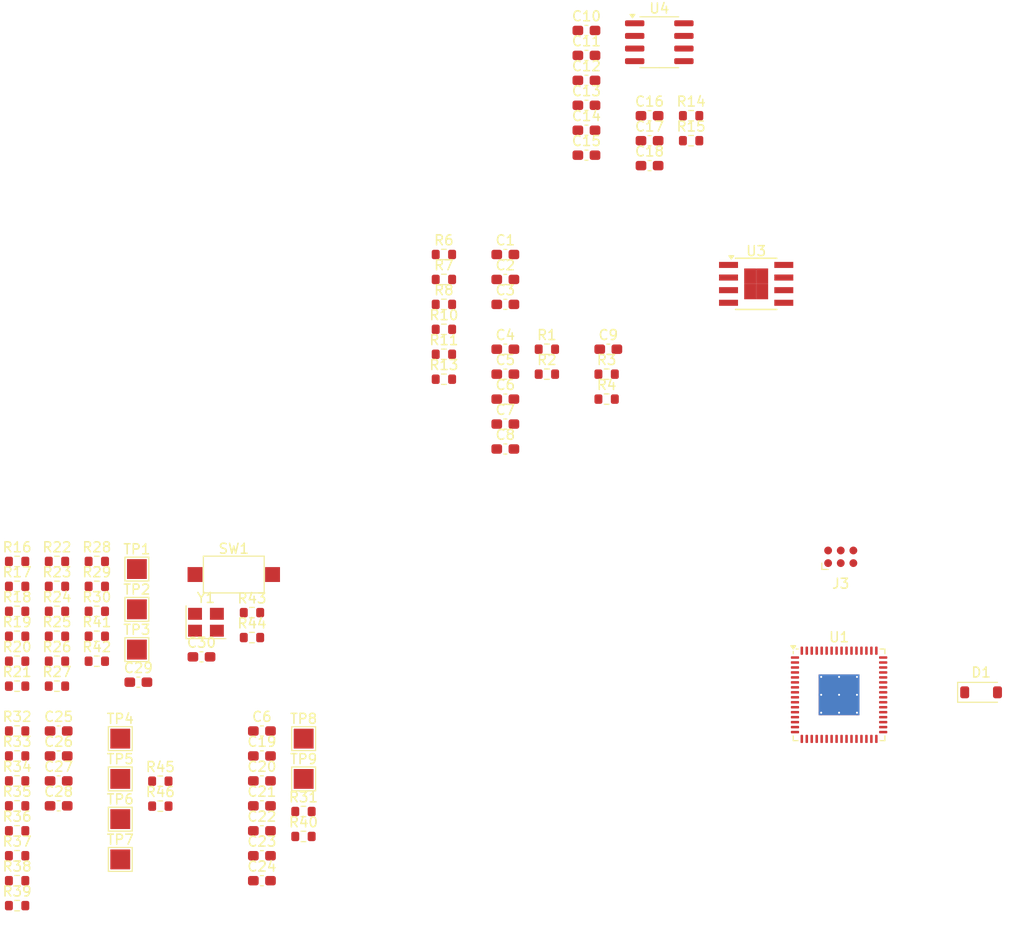
<source format=kicad_pcb>
(kicad_pcb (version 20240108) (generator "pcbnew") (generator_version "8.0")
  (layers (0 "F.Cu" signal) (31 "B.Cu" signal) (34 "B.Paste" user) (35 "F.Paste" user) (36 "B.SilkS" user "B.Silkscreen") (37 "F.SilkS" user "F.Silkscreen") (38 "B.Mask" user) (39 "F.Mask" user) (44 "Edge.Cuts" user))
  (net 0 "")
  (net 1 "/MCU/SW")
  (net 2 "GND")
  (net 10 "VCC")
  (net 12 "VM")
  (net 18 "5V")
  (net 19 "Net-(U1-PF0)")
  (net 20 "Net-(U1-PF1)")
  (net 21 "3V3")
  (net 22 "Net-(U1-SCREF)")
  (net 23 "Net-(J1-Pin_1)")
  (net 24 "Net-(J1-Pin_2)")
  (net 25 "Net-(Q3-G)")
  (net 26 "Net-(Q4-G)")
  (net 27 "Net-(Q2-G)")
  (net 28 "Net-(Q5-G)")
  (net 29 "Net-(Q6-G)")
  (net 30 "Net-(Q1-G)")
  (net 31 "VREF+")
  (net 32 "Net-(U3-FB)")
  (net 34 "Net-(U3-BOOT)")
  (net 35 "Net-(U3-SW)")
  (net 36 "/H-Bridge/BOOT1")
  (net 37 "/OUT1")
  (net 38 "/OUT2")
  (net 39 "/H-Bridge/BOOT2")
  (net 40 "/H-Bridge/BOOT3")
  (net 41 "/OUT3")
  (net 42 "Net-(D7-A)")
  (net 43 "VHALL")
  (net 44 "/MCU/HALL1")
  (net 45 "/MCU/HALL2")
  (net 46 "/MCU/HALL3")
  (net 47 "/MCU/COMP3")
  (net 48 "/Connectivity/nRST")
  (net 49 "/Connectivity/SWDIO")
  (net 50 "/Connectivity/SWCLK")
  (net 51 "/Connectivity/SWO")
  (net 52 "/Connectivity/CAN_H")
  (net 53 "/Connectivity/CAN_L")
  (net 54 "/Connectivity/SHDN_IN")
  (net 55 "/H-Bridge/GHS2")
  (net 56 "/H-Bridge/GLS2")
  (net 57 "/H-Bridge/GLS1")
  (net 58 "/H-Bridge/GHS3")
  (net 59 "/H-Bridge/GLS3")
  (net 60 "/H-Bridge/GHS1")
  (net 61 "/MCU/OPP1")
  (net 62 "/H-Bridge/VSHUNT1P")
  (net 63 "/H-Bridge/VSHUNT1N")
  (net 64 "/MCU/OPN1")
  (net 65 "/MCU/OPO1")
  (net 66 "/H-Bridge/VSHUNT2P")
  (net 67 "/MCU/OPP2")
  (net 68 "/MCU/OPN2")
  (net 69 "/H-Bridge/VSHUNT2N")
  (net 70 "/MCU/OPO2")
  (net 71 "/H-Bridge/VSHUNT3P")
  (net 72 "/MCU/OPP3")
  (net 73 "/MCU/OPN3")
  (net 74 "/H-Bridge/VSHUNT3N")
  (net 75 "/MCU/OPO3")
  (net 76 "Net-(J1-Pin_3)")
  (net 77 "Net-(D5-A)")
  (net 78 "/MCU/LED")
  (net 79 "Net-(D6-A)")
  (net 80 "Net-(J4-CC1)")
  (net 81 "Net-(J4-CC2)")
  (net 82 "/Connectivity/UART_RX")
  (net 83 "/Connectivity/UART_TX")
  (net 84 "/MCU/USB_DM")
  (net 85 "/MCU/USB_DP")
  (net 86 "/MCU/DAC1")
  (net 87 "/Connectivity/CAN_TX_IN")
  (net 88 "/MCU/DAC2")
  (net 89 "/Connectivity/CAN_RX_IN")
  (footprint "Capacitor_SMD:C_0603_1608Metric_Pad1.08x0.95mm_HandSolder" (layer "F.Cu") (at 107.995 38.5)
    (property "Reference" "C17" (at 0 -1.43 0) (layer "F.SilkS"))
    (property "Value" "1n")
    (pad "1" smd roundrect (at -0.8625 0) (size 1.075 0.95) (layers "F.Cu" "F.Paste" "F.Mask") (net 42 "Net-(D7-A)"))
    (pad "2" smd roundrect (at 0.8625 0) (size 1.075 0.95) (layers "F.Cu" "F.Paste" "F.Mask") (net 32 "Net-(U3-FB)"))
  )
  (footprint "Resistor_SMD:R_0603_1608Metric" (layer "F.Cu") (at 67.995 85.98)
    (property "Reference" "R43" (at 0 -1.43 0) (layer "F.SilkS"))
    (property "Value" "10k")
    (pad "1" smd roundrect (at -0.825 0) (size 0.8 0.95) (layers "F.Cu" "F.Paste" "F.Mask") (net 21 "3V3"))
    (pad "2" smd roundrect (at 0.825 0) (size 0.8 0.95) (layers "F.Cu" "F.Paste" "F.Mask") (net 48 "/Connectivity/nRST"))
  )
  (footprint "Resistor_SMD:R_0603_1608Metric" (layer "F.Cu") (at 97.665 61.99)
    (property "Reference" "R2" (at 0 -1.43 0) (layer "F.SilkS"))
    (property "Value" "10k")
    (pad "1" smd roundrect (at -0.825 0) (size 0.8 0.95) (layers "F.Cu" "F.Paste" "F.Mask") (net 22 "Net-(U1-SCREF)"))
    (pad "2" smd roundrect (at 0.825 0) (size 0.8 0.95) (layers "F.Cu" "F.Paste" "F.Mask") (net 2 "GND"))
  )
  (footprint "Capacitor_SMD:C_0603_1608Metric_Pad1.08x0.95mm_HandSolder" (layer "F.Cu") (at 48.545 102.91)
    (property "Reference" "C27" (at 0 -1.43 0) (layer "F.SilkS"))
    (property "Value" "1n")
    (pad "1" smd roundrect (at -0.8625 0) (size 1.075 0.95) (layers "F.Cu" "F.Paste" "F.Mask") (net 45 "/MCU/HALL2"))
    (pad "2" smd roundrect (at 0.8625 0) (size 1.075 0.95) (layers "F.Cu" "F.Paste" "F.Mask") (net 2 "GND"))
  )
  (footprint "Capacitor_SMD:C_0603_1608Metric_Pad1.08x0.95mm_HandSolder" (layer "F.Cu") (at 101.645 27.41)
    (property "Reference" "C10" (at 0 -1.43 0) (layer "F.SilkS"))
    (property "Value" "1u")
    (pad "1" smd roundrect (at -0.8625 0) (size 1.075 0.95) (layers "F.Cu" "F.Paste" "F.Mask") (net 36 "/H-Bridge/BOOT1"))
    (pad "2" smd roundrect (at 0.8625 0) (size 1.075 0.95) (layers "F.Cu" "F.Paste" "F.Mask") (net 37 "/OUT1"))
  )
  (footprint "Capacitor_SMD:C_0603_1608Metric_Pad1.08x0.95mm_HandSolder" (layer "F.Cu") (at 93.485 69.52)
    (property "Reference" "C8" (at 0 -1.43 0) (layer "F.SilkS"))
    (property "Value" "6.8p")
    (pad "1" smd roundrect (at -0.8625 0) (size 1.075 0.95) (layers "F.Cu" "F.Paste" "F.Mask") (net 20 "Net-(U1-PF1)"))
    (pad "2" smd roundrect (at 0.8625 0) (size 1.075 0.95) (layers "F.Cu" "F.Paste" "F.Mask") (net 2 "GND"))
  )
  (footprint "Capacitor_SMD:C_0603_1608Metric_Pad1.08x0.95mm_HandSolder" (layer "F.Cu") (at 93.485 61.99)
    (property "Reference" "C5" (at 0 -1.43 0) (layer "F.SilkS"))
    (property "Value" "10u")
    (pad "1" smd roundrect (at -0.8625 0) (size 1.075 0.95) (layers "F.Cu" "F.Paste" "F.Mask") (net 10 "VCC"))
    (pad "2" smd roundrect (at 0.8625 0) (size 1.075 0.95) (layers "F.Cu" "F.Paste" "F.Mask") (net 2 "GND"))
  )
  (footprint "Resistor_SMD:R_0603_1608Metric" (layer "F.Cu") (at 52.385 85.85)
    (property "Reference" "R30" (at 0 -1.43 0) (layer "F.SilkS"))
    (property "Value" "15k")
    (pad "1" smd roundrect (at -0.825 0) (size 0.8 0.95) (layers "F.Cu" "F.Paste" "F.Mask") (net 73 "/MCU/OPN3"))
    (pad "2" smd roundrect (at 0.825 0) (size 0.8 0.95) (layers "F.Cu" "F.Paste" "F.Mask") (net 75 "/MCU/OPO3"))
  )
  (footprint "Capacitor_SMD:C_0603_1608Metric_Pad1.08x0.95mm_HandSolder" (layer "F.Cu") (at 93.485 64.5)
    (property "Reference" "C6" (at 0 -1.43 0) (layer "F.SilkS"))
    (property "Value" "220n")
    (pad "1" smd roundrect (at -0.8625 0) (size 1.075 0.95) (layers "F.Cu" "F.Paste" "F.Mask") (net 12 "VM"))
    (pad "2" smd roundrect (at 0.8625 0) (size 1.075 0.95) (layers "F.Cu" "F.Paste" "F.Mask") (net 2 "GND"))
  )
  (footprint "Resistor_SMD:R_0603_1608Metric" (layer "F.Cu") (at 103.675 64.5)
    (property "Reference" "R4" (at 0 -1.43 0) (layer "F.SilkS"))
    (property "Value" "10k")
    (pad "1" smd roundrect (at -0.825 0) (size 0.8 0.95) (layers "F.Cu" "F.Paste" "F.Mask") (net 54 "/Connectivity/SHDN_IN"))
    (pad "2" smd roundrect (at 0.825 0) (size 0.8 0.95) (layers "F.Cu" "F.Paste" "F.Mask") (net 2 "GND"))
  )
  (footprint "Resistor_SMD:R_0603_1608Metric" (layer "F.Cu") (at 48.375 93.38)
    (property "Reference" "R27" (at 0 -1.43 0) (layer "F.SilkS"))
    (property "Value" "1.5k")
    (pad "1" smd roundrect (at -0.825 0) (size 0.8 0.95) (layers "F.Cu" "F.Paste" "F.Mask") (net 74 "/H-Bridge/VSHUNT3N"))
    (pad "2" smd roundrect (at 0.825 0) (size 0.8 0.95) (layers "F.Cu" "F.Paste" "F.Mask") (net 73 "/MCU/OPN3"))
  )
  (footprint "Capacitor_SMD:C_0603_1608Metric_Pad1.08x0.95mm_HandSolder" (layer "F.Cu") (at 103.845 59.48)
    (property "Reference" "C9" (at 0 -1.43 0) (layer "F.SilkS"))
    (property "Value" "220p")
    (pad "1" smd roundrect (at -0.8625 0) (size 1.075 0.95) (layers "F.Cu" "F.Paste" "F.Mask") (net 21 "3V3"))
    (pad "2" smd roundrect (at 0.8625 0) (size 1.075 0.95) (layers "F.Cu" "F.Paste" "F.Mask") (net 2 "GND"))
  )
  (footprint "TestPoint:TestPoint_Pad_2.0x2.0mm" (layer "F.Cu") (at 56.415 81.6)
    (property "Reference" "TP1" (at 0 -1.998 0) (layer "F.SilkS"))
    (property "Value" "TestPoint")
    (pad "1" smd rect (at 0 0) (size 2 2) (layers "F.Cu" "F.Mask") (net 65 "/MCU/OPO1"))
  )
  (footprint "Connector:Tag-Connect_TC2030-IDC-NL_2x03_P1.27mm_Vertical" (layer "F.Cu") (at 127.23 80.365)
    (property "Reference" "J3" (at 0 2.7 0) (layer "F.SilkS"))
    (property "Value" "Conn_ARM_SWD_TagConnect_TC2030-NL")
    (pad "" np_thru_hole circle (at -2.54 0) (size 0.9906 0.9906) (drill 0.9906) (layers "*.Cu" "*.Mask"))
    (pad "" np_thru_hole circle (at 2.54 -1.016) (size 0.9906 0.9906) (drill 0.9906) (layers "*.Cu" "*.Mask"))
    (pad "" np_thru_hole circle (at 2.54 1.016) (size 0.9906 0.9906) (drill 0.9906) (layers "*.Cu" "*.Mask"))
    (pad "1" connect circle (at -1.27 0.635) (size 0.7874 0.7874) (layers "F.Cu" "F.Mask") (net 21 "3V3"))
    (pad "2" connect circle (at -1.27 -0.635) (size 0.7874 0.7874) (layers "F.Cu" "F.Mask") (net 49 "/Connectivity/SWDIO"))
    (pad "3" connect circle (at 0 0.635) (size 0.7874 0.7874) (layers "F.Cu" "F.Mask") (net 48 "/Connectivity/nRST"))
    (pad "4" connect circle (at 0 -0.635) (size 0.7874 0.7874) (layers "F.Cu" "F.Mask") (net 50 "/Connectivity/SWCLK"))
    (pad "5" connect circle (at 1.27 0.635) (size 0.7874 0.7874) (layers "F.Cu" "F.Mask") (net 2 "GND"))
    (pad "6" connect circle (at 1.27 -0.635) (size 0.7874 0.7874) (layers "F.Cu" "F.Mask") (net 51 "/Connectivity/SWO"))
  )
  (footprint "Resistor_SMD:R_0603_1608Metric" (layer "F.Cu") (at 44.365 85.85)
    (property "Reference" "R18" (at 0 -1.43 0) (layer "F.SilkS"))
    (property "Value" "1.5k")
    (pad "1" smd roundrect (at -0.825 0) (size 0.8 0.95) (layers "F.Cu" "F.Paste" "F.Mask") (net 62 "/H-Bridge/VSHUNT1P"))
    (pad "2" smd roundrect (at 0.825 0) (size 0.8 0.95) (layers "F.Cu" "F.Paste" "F.Mask") (net 61 "/MCU/OPP1"))
  )
  (footprint "Resistor_SMD:R_0603_1608Metric" (layer "F.Cu") (at 44.365 105.42)
    (property "Reference" "R35" (at 0 -1.43 0) (layer "F.SilkS"))
    (property "Value" "10k")
    (pad "1" smd roundrect (at -0.825 0) (size 0.8 0.95) (layers "F.Cu" "F.Paste" "F.Mask") (net 24 "Net-(J1-Pin_2)"))
    (pad "2" smd roundrect (at 0.825 0) (size 0.8 0.95) (layers "F.Cu" "F.Paste" "F.Mask") (net 45 "/MCU/HALL2"))
  )
  (footprint "Resistor_SMD:R_0603_1608Metric" (layer "F.Cu") (at 87.305 62.5)
    (property "Reference" "R13" (at 0 -1.43 0) (layer "F.SilkS"))
    (property "Value" "100")
    (pad "1" smd roundrect (at -0.825 0) (size 0.8 0.95) (layers "F.Cu" "F.Paste" "F.Mask") (net 60 "/H-Bridge/GHS1"))
    (pad "2" smd roundrect (at 0.825 0) (size 0.8 0.95) (layers "F.Cu" "F.Paste" "F.Mask") (net 30 "Net-(Q1-G)"))
  )
  (footprint "TestPoint:TestPoint_Pad_2.0x2.0mm" (layer "F.Cu") (at 54.745 106.76)
    (property "Reference" "TP6" (at 0 -1.998 0) (layer "F.SilkS"))
    (property "Value" "TestPoint")
    (pad "1" smd rect (at 0 0) (size 2 2) (layers "F.Cu" "F.Mask") (net 82 "/Connectivity/UART_RX"))
  )
  (footprint "Resistor_SMD:R_0603_1608Metric" (layer "F.Cu") (at 97.665 59.48)
    (property "Reference" "R1" (at 0 -1.43 0) (layer "F.SilkS"))
    (property "Value" "22k")
    (pad "1" smd roundrect (at -0.825 0) (size 0.8 0.95) (layers "F.Cu" "F.Paste" "F.Mask") (net 21 "3V3"))
    (pad "2" smd roundrect (at 0.825 0) (size 0.8 0.95) (layers "F.Cu" "F.Paste" "F.Mask") (net 22 "Net-(U1-SCREF)"))
  )
  (footprint "TestPoint:TestPoint_Pad_2.0x2.0mm" (layer "F.Cu") (at 54.745 110.81)
    (property "Reference" "TP7" (at 0 -1.998 0) (layer "F.SilkS"))
    (property "Value" "TestPoint")
    (pad "1" smd rect (at 0 0) (size 2 2) (layers "F.Cu" "F.Mask") (net 83 "/Connectivity/UART_TX"))
  )
  (footprint "Resistor_SMD:R_0603_1608Metric" (layer "F.Cu") (at 44.365 80.83)
    (property "Reference" "R16" (at 0 -1.43 0) (layer "F.SilkS"))
    (property "Value" "30k")
    (pad "1" smd roundrect (at -0.825 0) (size 0.8 0.95) (layers "F.Cu" "F.Paste" "F.Mask") (net 31 "VREF+"))
    (pad "2" smd roundrect (at 0.825 0) (size 0.8 0.95) (layers "F.Cu" "F.Paste" "F.Mask") (net 61 "/MCU/OPP1"))
  )
  (footprint "Resistor_SMD:R_0603_1608Metric" (layer "F.Cu") (at 44.365 102.91)
    (property "Reference" "R34" (at 0 -1.43 0) (layer "F.SilkS"))
    (property "Value" "10k")
    (pad "1" smd roundrect (at -0.825 0) (size 0.8 0.95) (layers "F.Cu" "F.Paste" "F.Mask") (net 23 "Net-(J1-Pin_1)"))
    (pad "2" smd roundrect (at 0.825 0) (size 0.8 0.95) (layers "F.Cu" "F.Paste" "F.Mask") (net 44 "/MCU/HALL1"))
  )
  (footprint "Resistor_SMD:R_0603_1608Metric" (layer "F.Cu") (at 48.375 90.87)
    (property "Reference" "R26" (at 0 -1.43 0) (layer "F.SilkS"))
    (property "Value" "1.5k")
    (pad "1" smd roundrect (at -0.825 0) (size 0.8 0.95) (layers "F.Cu" "F.Paste" "F.Mask") (net 71 "/H-Bridge/VSHUNT3P"))
    (pad "2" smd roundrect (at 0.825 0) (size 0.8 0.95) (layers "F.Cu" "F.Paste" "F.Mask") (net 72 "/MCU/OPP3"))
  )
  (footprint "Capacitor_SMD:C_0603_1608Metric_Pad1.08x0.95mm_HandSolder" (layer "F.Cu") (at 68.995 110.44)
    (property "Reference" "C23" (at 0 -1.43 0) (layer "F.SilkS"))
    (property "Value" "220n")
    (pad "1" smd roundrect (at -0.8625 0) (size 1.075 0.95) (layers "F.Cu" "F.Paste" "F.Mask") (net 31 "VREF+"))
    (pad "2" smd roundrect (at 0.8625 0) (size 1.075 0.95) (layers "F.Cu" "F.Paste" "F.Mask") (net 2 "GND"))
  )
  (footprint "Resistor_SMD:R_0603_1608Metric" (layer "F.Cu") (at 73.175 105.99)
    (property "Reference" "R31" (at 0 -1.43 0) (layer "F.SilkS"))
    (property "Value" "1")
    (pad "1" smd roundrect (at -0.825 0) (size 0.8 0.95) (layers "F.Cu" "F.Paste" "F.Mask") (net 21 "3V3"))
    (pad "2" smd roundrect (at 0.825 0) (size 0.8 0.95) (layers "F.Cu" "F.Paste" "F.Mask") (net 31 "VREF+"))
  )
  (footprint "Resistor_SMD:R_0603_1608Metric" (layer "F.Cu") (at 52.385 90.87)
    (property "Reference" "R42" (at 0 -1.43 0) (layer "F.SilkS"))
    (property "Value" "3.01k 1%")
    (pad "1" smd roundrect (at -0.825 0) (size 0.8 0.95) (layers "F.Cu" "F.Paste" "F.Mask") (net 47 "/MCU/COMP3"))
    (pad "2" smd roundrect (at 0.825 0) (size 0.8 0.95) (layers "F.Cu" "F.Paste" "F.Mask") (net 2 "GND"))
  )
  (footprint "Resistor_SMD:R_0603_1608Metric" (layer "F.Cu") (at 44.365 110.44)
    (property "Reference" "R37" (at 0 -1.43 0) (layer "F.SilkS"))
    (property "Value" "10k")
    (pad "1" smd roundrect (at -0.825 0) (size 0.8 0.95) (layers "F.Cu" "F.Paste" "F.Mask") (net 23 "Net-(J1-Pin_1)"))
    (pad "2" smd roundrect (at 0.825 0) (size 0.8 0.95) (layers "F.Cu" "F.Paste" "F.Mask") (net 21 "3V3"))
  )
  (footprint "Capacitor_SMD:C_0603_1608Metric_Pad1.08x0.95mm_HandSolder" (layer "F.Cu") (at 101.645 39.96)
    (property "Reference" "C15" (at 0 -1.43 0) (layer "F.SilkS"))
    (property "Value" "220n")
    (pad "1" smd roundrect (at -0.8625 0) (size 1.075 0.95) (layers "F.Cu" "F.Paste" "F.Mask") (net 12 "VM"))
    (pad "2" smd roundrect (at 0.8625 0) (size 1.075 0.95) (layers "F.Cu" "F.Paste" "F.Mask") (net 2 "GND"))
  )
  (footprint "Resistor_SMD:R_0603_1608Metric" (layer "F.Cu") (at 112.175 35.99)
    (property "Reference" "R14" (at 0 -1.43 0) (layer "F.SilkS"))
    (property "Value" "4.7k")
    (pad "1" smd roundrect (at -0.825 0) (size 0.8 0.95) (layers "F.Cu" "F.Paste" "F.Mask") (net 42 "Net-(D7-A)"))
    (pad "2" smd roundrect (at 0.825 0) (size 0.8 0.95) (layers "F.Cu" "F.Paste" "F.Mask") (net 32 "Net-(U3-FB)"))
  )
  (footprint "Capacitor_SMD:C_0603_1608Metric_Pad1.08x0.95mm_HandSolder" (layer "F.Cu") (at 68.995 112.95)
    (property "Reference" "C24" (at 0 -1.43 0) (layer "F.SilkS"))
    (property "Value" "100n")
    (pad "1" smd roundrect (at -0.8625 0) (size 1.075 0.95) (layers "F.Cu" "F.Paste" "F.Mask") (net 31 "VREF+"))
    (pad "2" smd roundrect (at 0.8625 0) (size 1.075 0.95) (layers "F.Cu" "F.Paste" "F.Mask") (net 2 "GND"))
  )
  (footprint "TestPoint:TestPoint_Pad_2.0x2.0mm" (layer "F.Cu") (at 73.195 98.66)
    (property "Reference" "TP8" (at 0 -1.998 0) (layer "F.SilkS"))
    (property "Value" "TestPoint")
    (pad "1" smd rect (at 0 0) (size 2 2) (layers "F.Cu" "F.Mask") (net 12 "VM"))
  )
  (footprint "TestPoint:TestPoint_Pad_2.0x2.0mm" (layer "F.Cu") (at 73.195 102.71)
    (property "Reference" "TP9" (at 0 -1.998 0) (layer "F.SilkS"))
    (property "Value" "TestPoint")
    (pad "1" smd rect (at 0 0) (size 2 2) (layers "F.Cu" "F.Mask") (net 2 "GND"))
  )
  (footprint "Resistor_SMD:R_0603_1608Metric" (layer "F.Cu") (at 52.385 80.83)
    (property "Reference" "R28" (at 0 -1.43 0) (layer "F.SilkS"))
    (property "Value" "30k")
    (pad "1" smd roundrect (at -0.825 0) (size 0.8 0.95) (layers "F.Cu" "F.Paste" "F.Mask") (net 31 "VREF+"))
    (pad "2" smd roundrect (at 0.825 0) (size 0.8 0.95) (layers "F.Cu" "F.Paste" "F.Mask") (net 72 "/MCU/OPP3"))
  )
  (footprint "Capacitor_SMD:C_0603_1608Metric_Pad1.08x0.95mm_HandSolder" (layer "F.Cu") (at 68.995 102.91)
    (property "Reference" "C20" (at 0 -1.43 0) (layer "F.SilkS"))
    (property "Value" "220n")
    (pad "1" smd roundrect (at -0.8625 0) (size 1.075 0.95) (layers "F.Cu" "F.Paste" "F.Mask") (net 21 "3V3"))
    (pad "2" smd roundrect (at 0.8625 0) (size 1.075 0.95) (layers "F.Cu" "F.Paste" "F.Mask") (net 2 "GND"))
  )
  (footprint "Resistor_SMD:R_0603_1608Metric" (layer "F.Cu") (at 48.375 88.36)
    (property "Reference" "R25" (at 0 -1.43 0) (layer "F.SilkS"))
    (property "Value" "15k")
    (pad "1" smd roundrect (at -0.825 0) (size 0.8 0.95) (layers "F.Cu" "F.Paste" "F.Mask") (net 68 "/MCU/OPN2"))
    (pad "2" smd roundrect (at 0.825 0) (size 0.8 0.95) (layers "F.Cu" "F.Paste" "F.Mask") (net 70 "/MCU/OPO2"))
  )
  (footprint "Resistor_SMD:R_0603_1608Metric" (layer "F.Cu") (at 87.305 54.97)
    (property "Reference" "R8" (at 0 -1.43 0) (layer "F.SilkS"))
    (property "Value" "100")
    (pad "1" smd roundrect (at -0.825 0) (size 0.8 0.95) (layers "F.Cu" "F.Paste" "F.Mask") (net 57 "/H-Bridge/GLS1"))
    (pad "2" smd roundrect (at 0.825 0) (size 0.8 0.95) (layers "F.Cu" "F.Paste" "F.Mask") (net 27 "Net-(Q2-G)"))
  )
  (footprint "Resistor_SMD:R_0603_1608Metric" (layer "F.Cu") (at 44.365 112.95)
    (property "Reference" "R38" (at 0 -1.43 0) (layer "F.SilkS"))
    (property "Value" "10k")
    (pad "1" smd roundrect (at -0.825 0) (size 0.8 0.95) (layers "F.Cu" "F.Paste" "F.Mask") (net 24 "Net-(J1-Pin_2)"))
    (pad "2" smd roundrect (at 0.825 0) (size 0.8 0.95) (layers "F.Cu" "F.Paste" "F.Mask") (net 21 "3V3"))
  )
  (footprint "Resistor_SMD:R_0603_1608Metric" (layer "F.Cu") (at 48.375 80.83)
    (property "Reference" "R22" (at 0 -1.43 0) (layer "F.SilkS"))
    (property "Value" "1.5k")
    (pad "1" smd roundrect (at -0.825 0) (size 0.8 0.95) (layers "F.Cu" "F.Paste" "F.Mask") (net 69 "/H-Bridge/VSHUNT2N"))
    (pad "2" smd roundrect (at 0.825 0) (size 0.8 0.95) (layers "F.Cu" "F.Paste" "F.Mask") (net 68 "/MCU/OPN2"))
  )
  (footprint "Capacitor_SMD:C_0603_1608Metric_Pad1.08x0.95mm_HandSolder" (layer "F.Cu") (at 93.485 54.97)
    (property "Reference" "C3" (at 0 -1.43 0) (layer "F.SilkS"))
    (property "Value" "220uf")
    (pad "1" smd roundrect (at -0.8625 0) (size 1.075 0.95) (layers "F.Cu" "F.Paste" "F.Mask") (net 12 "VM"))
    (pad "2" smd roundrect (at 0.8625 0) (size 1.075 0.95) (layers "F.Cu" "F.Paste" "F.Mask") (net 2 "GND"))
  )
  (footprint "Capacitor_SMD:C_0603_1608Metric_Pad1.08x0.95mm_HandSolder" (layer "F.Cu") (at 101.645 29.92)
    (property "Reference" "C11" (at 0 -1.43 0) (layer "F.SilkS"))
    (property "Value" "220n")
    (pad "1" smd roundrect (at -0.8625 0) (size 1.075 0.95) (layers "F.Cu" "F.Paste" "F.Mask") (net 12 "VM"))
    (pad "2" smd roundrect (at 0.8625 0) (size 1.075 0.95) (layers "F.Cu" "F.Paste" "F.Mask") (net 2 "GND"))
  )
  (footprint "Capacitor_SMD:C_0603_1608Metric_Pad1.08x0.95mm_HandSolder" (layer "F.Cu") (at 93.485 67.01)
    (property "Reference" "C7" (at 0 -1.43 0) (layer "F.SilkS"))
    (property "Value" "6.8p")
    (pad "1" smd roundrect (at -0.8625 0) (size 1.075 0.95) (layers "F.Cu" "F.Paste" "F.Mask") (net 2 "GND"))
    (pad "2" smd roundrect (at 0.8625 0) (size 1.075 0.95) (layers "F.Cu" "F.Paste" "F.Mask") (net 19 "Net-(U1-PF0)"))
  )
  (footprint "Capacitor_SMD:C_0603_1608Metric_Pad1.08x0.95mm_HandSolder" (layer "F.Cu") (at 48.545 100.4)
    (property "Reference" "C26" (at 0 -1.43 0) (layer "F.SilkS"))
    (property "Value" "1n")
    (pad "1" smd roundrect (at -0.8625 0) (size 1.075 0.95) (layers "F.Cu" "F.Paste" "F.Mask") (net 44 "/MCU/HALL1"))
    (pad "2" smd roundrect (at 0.8625 0) (size 1.075 0.95) (layers "F.Cu" "F.Paste" "F.Mask") (net 2 "GND"))
  )
  (footprint "Capacitor_SMD:C_0603_1608Metric_Pad1.08x0.95mm_HandSolder" (layer "F.Cu") (at 62.915 90.43)
    (property "Reference" "C30" (at 0 -1.43 0) (layer "F.SilkS"))
    (property "Value" "100n")
    (pad "1" smd roundrect (at -0.8625 0) (size 1.075 0.95) (layers "F.Cu" "F.Paste" "F.Mask") (net 48 "/Connectivity/nRST"))
    (pad "2" smd roundrect (at 0.8625 0) (size 1.075 0.95) (layers "F.Cu" "F.Paste" "F.Mask") (net 2 "GND"))
  )
  (footprint "Capacitor_SMD:C_0603_1608Metric_Pad1.08x0.95mm_HandSolder" (layer "F.Cu") (at 93.485 59.48)
    (property "Reference" "C4" (at 0 -1.43 0) (layer "F.SilkS"))
    (property "Value" "10u")
    (pad "1" smd roundrect (at -0.8625 0) (size 1.075 0.95) (layers "F.Cu" "F.Paste" "F.Mask") (net 10 "VCC"))
    (pad "2" smd roundrect (at 0.8625 0) (size 1.075 0.95) (layers "F.Cu" "F.Paste" "F.Mask") (net 2 "GND"))
  )
  (footprint "Capacitor_SMD:C_0603_1608Metric_Pad1.08x0.95mm_HandSolder" (layer "F.Cu") (at 107.995 35.99)
    (property "Reference" "C16" (at 0 -1.43 0) (layer "F.SilkS"))
    (property "Value" "47u")
    (pad "1" smd roundrect (at -0.8625 0) (size 1.075 0.95) (layers "F.Cu" "F.Paste" "F.Mask") (net 42 "Net-(D7-A)"))
    (pad "2" smd roundrect (at 0.8625 0) (size 1.075 0.95) (layers "F.Cu" "F.Paste" "F.Mask") (net 2 "GND"))
  )
  (footprint "Resistor_SMD:R_0603_1608Metric" (layer "F.Cu") (at 52.385 83.34)
    (property "Reference" "R29" (at 0 -1.43 0) (layer "F.SilkS"))
    (property "Value" "30k")
    (pad "1" smd roundrect (at -0.825 0) (size 0.8 0.95) (layers "F.Cu" "F.Paste" "F.Mask") (net 72 "/MCU/OPP3"))
    (pad "2" smd roundrect (at 0.825 0) (size 0.8 0.95) (layers "F.Cu" "F.Paste" "F.Mask") (net 2 "GND"))
  )
  (footprint "TestPoint:TestPoint_Pad_2.0x2.0mm" (layer "F.Cu") (at 54.745 98.66)
    (property "Reference" "TP4" (at 0 -1.998 0) (layer "F.SilkS"))
    (property "Value" "TestPoint")
    (pad "1" smd rect (at 0 0) (size 2 2) (layers "F.Cu" "F.Mask") (net 52 "/Connectivity/CAN_H"))
  )
  (footprint "Resistor_SMD:R_0603_1608Metric" (layer "F.Cu") (at 44.365 97.89)
    (property "Reference" "R32" (at 0 -1.43 0) (layer "F.SilkS"))
    (property "Value" "0")
    (pad "1" smd roundrect (at -0.825 0) (size 0.8 0.95) (layers "F.Cu" "F.Paste" "F.Mask") (net 43 "VHALL"))
    (pad "2" smd roundrect (at 0.825 0) (size 0.8 0.95) (layers "F.Cu" "F.Paste" "F.Mask") (net 18 "5V"))
  )
  (footprint "Resistor_SMD:R_0603_1608Metric" (layer "F.Cu") (at 48.375 83.34)
    (property "Reference" "R23" (at 0 -1.43 0) (layer "F.SilkS"))
    (property "Value" "30k")
    (pad "1" smd roundrect (at -0.825 0) (size 0.8 0.95) (layers "F.Cu" "F.Paste" "F.Mask") (net 31 "VREF+"))
    (pad "2" smd roundrect (at 0.825 0) (size 0.8 0.95) (layers "F.Cu" "F.Paste" "F.Mask") (net 67 "/MCU/OPP2"))
  )
  (footprint "Resistor_SMD:R_0603_1608Metric" (layer "F.Cu") (at 44.365 90.87)
    (property "Reference" "R20" (at 0 -1.43 0) (layer "F.SilkS"))
    (property "Value" "15k")
    (pad "1" smd roundrect (at -0.825 0) (size 0.8 0.95) (layers "F.Cu" "F.Paste" "F.Mask") (net 64 "/MCU/OPN1"))
    (pad "2" smd roundrect (at 0.825 0) (size 0.8 0.95) (layers "F.Cu" "F.Paste" "F.Mask") (net 65 "/MCU/OPO1"))
  )
  (footprint "Diode_SMD:D_SOD-123" (layer "F.Cu") (at 141.35 94)
    (property "Reference" "D1" (at 0 -2 0) (layer "F.SilkS"))
    (property "Value" "STPS0560Z")
    (pad "1" smd roundrect (at -1.65 0) (size 0.9 1.2) (layers "F.Cu" "F.Paste" "F.Mask") (net 1 "/MCU/SW"))
    (pad "2" smd roundrect (at 1.65 0) (size 0.9 1.2) (layers "F.Cu" "F.Paste" "F.Mask") (net 2 "GND"))
  )
  (footprint "Capacitor_SMD:C_0603_1608Metric_Pad1.08x0.95mm_HandSolder" (layer "F.Cu") (at 68.995 105.42)
    (property "Reference" "C21" (at 0 -1.43 0) (layer "F.SilkS"))
    (property "Value" "100n")
    (pad "1" smd roundrect (at -0.8625 0) (size 1.075 0.95) (layers "F.Cu" "F.Paste" "F.Mask") (net 21 "3V3"))
    (pad "2" smd roundrect (at 0.8625 0) (size 1.075 0.95) (layers "F.Cu" "F.Paste" "F.Mask") (net 2 "GND"))
  )
  (footprint "Resistor_SMD:R_0603_1608Metric" (layer "F.Cu") (at 44.365 115.46)
    (property "Reference" "R39" (at 0 -1.43 0) (layer "F.SilkS"))
    (property "Value" "10k")
    (pad "1" smd roundrect (at -0.825 0) (size 0.8 0.95) (layers "F.Cu" "F.Paste" "F.Mask") (net 76 "Net-(J1-Pin_3)"))
    (pad "2" smd roundrect (at 0.825 0) (size 0.8 0.95) (layers "F.Cu" "F.Paste" "F.Mask") (net 21 "3V3"))
  )
  (footprint "Resistor_SMD:R_0603_1608Metric" (layer "F.Cu") (at 87.305 59.99)
    (property "Reference" "R11" (at 0 -1.43 0) (layer "F.SilkS"))
    (property "Value" "100")
    (pad "1" smd roundrect (at -0.825 0) (size 0.8 0.95) (layers "F.Cu" "F.Paste" "F.Mask") (net 59 "/H-Bridge/GLS3"))
    (pad "2" smd roundrect (at 0.825 0) (size 0.8 0.95) (layers "F.Cu" "F.Paste" "F.Mask") (net 29 "Net-(Q6-G)"))
  )
  (footprint "TestPoint:TestPoint_Pad_2.0x2.0mm" (layer "F.Cu") (at 56.415 85.65)
    (property "Reference" "TP2" (at 0 -1.998 0) (layer "F.SilkS"))
    (property "Value" "TestPoint")
    (pad "1" smd rect (at 0 0) (size 2 2) (layers "F.Cu" "F.Mask") (net 70 "/MCU/OPO2"))
  )
  (footprint "Capacitor_SMD:C_0603_1608Metric_Pad1.08x0.95mm_HandSolder" (layer "F.Cu") (at 101.645 32.43)
    (property "Reference" "C12" (at 0 -1.43 0) (layer "F.SilkS"))
    (property "Value" "1u")
    (pad "1" smd roundrect (at -0.8625 0) (size 1.075 0.95) (layers "F.Cu" "F.Paste" "F.Mask") (net 39 "/H-Bridge/BOOT2"))
    (pad "2" smd roundrect (at 0.8625 0) (size 1.075 0.95) (layers "F.Cu" "F.Paste" "F.Mask") (net 38 "/OUT2"))
  )
  (footprint "Capacitor_SMD:C_0603_1608Metric_Pad1.08x0.95mm_HandSolder" (layer "F.Cu") (at 101.645 34.94)
    (property "Reference" "C13" (at 0 -1.43 0) (layer "F.SilkS"))
    (property "Value" "220n")
    (pad "1" smd roundrect (at -0.8625 0) (size 1.075 0.95) (layers "F.Cu" "F.Paste" "F.Mask") (net 12 "VM"))
    (pad "2" smd roundrect (at 0.8625 0) (size 1.075 0.95) (layers "F.Cu" "F.Paste" "F.Mask") (net 2 "GND"))
  )
  (footprint "Resistor_SMD:R_0603_1608Metric" (layer "F.Cu") (at 52.385 88.36)
    (property "Reference" "R41" (at 0 -1.43 0) (layer "F.SilkS"))
    (property "Value" "72.3k 1%")
    (pad "1" smd roundrect (at -0.825 0) (size 0.8 0.95) (layers "F.Cu" "F.Paste" "F.Mask") (net 12 "VM"))
    (pad "2" smd roundrect (at 0.825 0) (size 0.8 0.95) (layers "F.Cu" "F.Paste" "F.Mask") (net 47 "/MCU/COMP3"))
  )
  (footprint "Resistor_SMD:R_0603_1608Metric" (layer "F.Cu") (at 58.775 102.94)
    (property "Reference" "R45" (at 0 -1.43 0) (layer "F.SilkS"))
    (property "Value" "5k")
    (pad "1" smd roundrect (at -0.825 0) (size 0.8 0.95) (layers "F.Cu" "F.Paste" "F.Mask") (net 80 "Net-(J4-CC1)"))
    (pad "2" smd roundrect (at 0.825 0) (size 0.8 0.95) (layers "F.Cu" "F.Paste" "F.Mask") (net 2 "GND"))
  )
  (footprint "Resistor_SMD:R_0603_1608Metric" (layer "F.Cu") (at 67.995 88.49)
    (property "Reference" "R44" (at 0 -1.43 0) (layer "F.SilkS"))
    (property "Value" "10k")
    (pad "1" smd roundrect (at -0.825 0) (size 0.8 0.95) (layers "F.Cu" "F.Paste" "F.Mask") (net 78 "/MCU/LED"))
    (pad "2" smd roundrect (at 0.825 0) (size 0.8 0.95) (layers "F.Cu" "F.Paste" "F.Mask") (net 79 "Net-(D6-A)"))
  )
  (footprint "Resistor_SMD:R_0603_1608Metric" (layer "F.Cu") (at 44.365 88.36)
    (property "Reference" "R19" (at 0 -1.43 0) (layer "F.SilkS"))
    (property "Value" "1.5k")
    (pad "1" smd roundrect (at -0.825 0) (size 0.8 0.95) (layers "F.Cu" "F.Paste" "F.Mask") (net 63 "/H-Bridge/VSHUNT1N"))
    (pad "2" smd roundrect (at 0.825 0) (size 0.8 0.95) (layers "F.Cu" "F.Paste" "F.Mask") (net 64 "/MCU/OPN1"))
  )
  (footprint "Package_SO:TI_SO-PowerPAD-8" (layer "F.Cu") (at 118.72 52.905)
    (property "Reference" "U3" (at 0 -3.3 0) (layer "F.SilkS"))
    (property "Value" "ST1S14PHR")
    (pad "1" smd rect (at -2.78 -1.905) (size 1.91 0.61) (layers "F.Cu" "F.Paste" "F.Mask") (net 34 "Net-(U3-BOOT)"))
    (pad "2" smd rect (at -2.78 -0.635) (size 1.91 0.61) (layers "F.Cu" "F.Paste" "F.Mask"))
    (pad "3" smd rect (at -2.78 0.635) (size 1.91 0.61) (layers "F.Cu" "F.Paste" "F.Mask") (net 2 "GND"))
    (pad "4" smd rect (at -2.78 1.905) (size 1.91 0.61) (layers "F.Cu" "F.Paste" "F.Mask") (net 32 "Net-(U3-FB)"))
    (pad "5" smd rect (at 2.78 1.905) (size 1.91 0.61) (layers "F.Cu" "F.Paste" "F.Mask") (net 12 "VM"))
    (pad "6" smd rect (at 2.78 0.635) (size 1.91 0.61) (layers "F.Cu" "F.Paste" "F.Mask") (net 2 "GND"))
    (pad "7" smd rect (at 2.78 -0.635) (size 1.91 0.61) (layers "F.Cu" "F.Paste" "F.Mask") (net 12 "VM"))
    (pad "8" smd rect (at 2.78 -1.905) (size 1.91 0.61) (layers "F.Cu" "F.Paste" "F.Mask") (net 35 "Net-(U3-SW)"))
    (pad "9" smd rect (at -0.6025 -0.775) (size 1.205 1.55) (layers "F.Cu" "F.Paste" "F.Mask") (net 2 "GND"))
    (pad "9" smd rect (at -0.6025 0.775) (size 1.205 1.55) (layers "F.Cu" "F.Paste" "F.Mask") (net 2 "GND"))
    (pad "9" smd rect (at 0.6025 -0.775) (size 1.205 1.55) (layers "F.Cu" "F.Paste" "F.Mask") (net 2 "GND"))
    (pad "9" smd rect (at 0.6025 0.775) (size 1.205 1.55) (layers "F.Cu" "F.Paste" "F.Mask") (net 2 "GND"))
  )
  (footprint "Capacitor_SMD:C_0603_1608Metric_Pad1.08x0.95mm_HandSolder" (layer "F.Cu") (at 56.565 92.98)
    (property "Reference" "C29" (at 0 -1.43 0) (layer "F.SilkS"))
    (property "Value" "C")
    (pad "1" smd roundrect (at -0.8625 0) (size 1.075 0.95) (layers "F.Cu" "F.Paste" "F.Mask") (net 47 "/MCU/COMP3"))
    (pad "2" smd roundrect (at 0.8625 0) (size 1.075 0.95) (layers "F.Cu" "F.Paste" "F.Mask") (net 2 "GND"))
  )
  (footprint "Capacitor_SMD:C_0603_1608Metric_Pad1.08x0.95mm_HandSolder" (layer "F.Cu") (at 48.545 97.89)
    (property "Reference" "C25" (at 0 -1.43 0) (layer "F.SilkS"))
    (property "Value" "100n")
    (pad "1" smd roundrect (at -0.8625 0) (size 1.075 0.95) (layers "F.Cu" "F.Paste" "F.Mask") (net 43 "VHALL"))
    (pad "2" smd roundrect (at 0.8625 0) (size 1.075 0.95) (layers "F.Cu" "F.Paste" "F.Mask") (net 2 "GND"))
  )
  (footprint "Resistor_SMD:R_0603_1608Metric" (layer "F.Cu") (at 112.175 38.5)
    (property "Reference" "R15" (at 0 -1.43 0) (layer "F.SilkS"))
    (property "Value" "1.5k")
    (pad "1" smd roundrect (at -0.825 0) (size 0.8 0.95) (layers "F.Cu" "F.Paste" "F.Mask") (net 32 "Net-(U3-FB)"))
    (pad "2" smd roundrect (at 0.825 0) (size 0.8 0.95) (layers "F.Cu" "F.Paste" "F.Mask") (net 2 "GND"))
  )
  (footprint "Resistor_SMD:R_0603_1608Metric" (layer "F.Cu") (at 44.365 83.34)
    (property "Reference" "R17" (at 0 -1.43 0) (layer "F.SilkS"))
    (property "Value" "30k")
    (pad "1" smd roundrect (at -0.825 0) (size 0.8 0.95) (layers "F.Cu" "F.Paste" "F.Mask") (net 61 "/MCU/OPP1"))
    (pad "2" smd roundrect (at 0.825 0) (size 0.8 0.95) (layers "F.Cu" "F.Paste" "F.Mask") (net 2 "GND"))
  )
  (footprint "Capacitor_SMD:C_0603_1608Metric_Pad1.08x0.95mm_HandSolder" (layer "F.Cu") (at 93.485 49.95)
    (property "Reference" "C1" (at 0 -1.43 0) (layer "F.SilkS"))
    (property "Value" "220uf")
    (pad "1" smd roundrect (at -0.8625 0) (size 1.075 0.95) (layers "F.Cu" "F.Paste" "F.Mask") (net 12 "VM"))
    (pad "2" smd roundrect (at 0.8625 0) (size 1.075 0.95) (layers "F.Cu" "F.Paste" "F.Mask") (net 2 "GND"))
  )
  (footprint "Capacitor_SMD:C_0603_1608Metric_Pad1.08x0.95mm_HandSolder" (layer "F.Cu") (at 68.995 107.93)
    (property "Reference" "C22" (at 0 -1.43 0) (layer "F.SilkS"))
    (property "Value" "1u")
    (pad "1" smd roundrect (at -0.8625 0) (size 1.075 0.95) (layers "F.Cu" "F.Paste" "F.Mask") (net 31 "VREF+"))
    (pad "2" smd roundrect (at 0.8625 0) (size 1.075 0.95) (layers "F.Cu" "F.Paste" "F.Mask") (net 2 "GND"))
  )
  (footprint "Resistor_SMD:R_0603_1608Metric" (layer "F.Cu") (at 58.775 105.45)
    (property "Reference" "R46" (at 0 -1.43 0) (layer "F.SilkS"))
    (property "Value" "5k")
    (pad "1" smd roundrect (at -0.825 0) (size 0.8 0.95) (layers "F.Cu" "F.Paste" "F.Mask") (net 81 "Net-(J4-CC2)"))
    (pad "2" smd roundrect (at 0.825 0) (size 0.8 0.95) (layers "F.Cu" "F.Paste" "F.Mask") (net 2 "GND"))
  )
  (footprint "Resistor_SMD:R_0603_1608Metric" (layer "F.Cu") (at 44.365 93.38)
    (property "Reference" "R21" (at 0 -1.43 0) (layer "F.SilkS"))
    (property "Value" "1.5k")
    (pad "1" smd roundrect (at -0.825 0) (size 0.8 0.95) (layers "F.Cu" "F.Paste" "F.Mask") (net 66 "/H-Bridge/VSHUNT2P"))
    (pad "2" smd roundrect (at 0.825 0) (size 0.8 0.95) (layers "F.Cu" "F.Paste" "F.Mask") (net 67 "/MCU/OPP2"))
  )
  (footprint "Resistor_SMD:R_0603_1608Metric" (layer "F.Cu") (at 48.375 85.85)
    (property "Reference" "R24" (at 0 -1.43 0) (layer "F.SilkS"))
    (property "Value" "30k")
    (pad "1" smd roundrect (at -0.825 0) (size 0.8 0.95) (layers "F.Cu" "F.Paste" "F.Mask") (net 67 "/MCU/OPP2"))
    (pad "2" smd roundrect (at 0.825 0) (size 0.8 0.95) (layers "F.Cu" "F.Paste" "F.Mask") (net 2 "GND"))
  )
  (footprint "Capacitor_SMD:C_0603_1608Metric_Pad1.08x0.95mm_HandSolder" (layer "F.Cu") (at 68.995 100.4)
    (property "Reference" "C19" (at 0 -1.43 0) (layer "F.SilkS"))
    (property "Value" "1u")
    (pad "1" smd roundrect (at -0.8625 0) (size 1.075 0.95) (layers "F.Cu" "F.Paste" "F.Mask") (net 21 "3V3"))
    (pad "2" smd roundrect (at 0.8625 0) (size 1.075 0.95) (layers "F.Cu" "F.Paste" "F.Mask") (net 2 "GND"))
  )
  (footprint "Resistor_SMD:R_0603_1608Metric" (layer "F.Cu") (at 87.305 57.48)
    (property "Reference" "R10" (at 0 -1.43 0) (layer "F.SilkS"))
    (property "Value" "100")
    (pad "1" smd roundrect (at -0.825 0) (size 0.8 0.95) (layers "F.Cu" "F.Paste" "F.Mask") (net 58 "/H-Bridge/GHS3"))
    (pad "2" smd roundrect (at 0.825 0) (size 0.8 0.95) (layers "F.Cu" "F.Paste" "F.Mask") (net 28 "Net-(Q5-G)"))
  )
  (footprint "Button_Switch_SMD:SW_SPST_CK_RS282G05A3" (layer "F.Cu") (at 66.165 82.15)
    (property "Reference" "SW1" (at 0 -2.6 0) (layer "F.SilkS"))
    (property "Value" "SW_Push")
    (pad "1" smd rect (at -3.9 0) (size 1.5 1.5) (layers "F.Cu" "F.Paste" "F.Mask") (net 2 "GND"))
    (pad "2" smd rect (at 3.9 0) (size 1.5 1.5) (layers "F.Cu" "F.Paste" "F.Mask") (net 48 "/Connectivity/nRST"))
  )
  (footprint "Package_SO:SOIC-8_3.9x4.9mm_P1.27mm" (layer "F.Cu") (at 108.975 28.595)
    (property "Reference" "U4" (at 0 -3.4 0) (layer "F.SilkS"))
    (property "Value" "TCAN330G")
    (pad "1" smd roundrect (at -2.475 -1.905) (size 1.95 0.6) (layers "F.Cu" "F.Paste" "F.Mask") (net 87 "/Connectivity/CAN_TX_IN"))
    (pad "2" smd roundrect (at -2.475 -0.635) (size 1.95 0.6) (layers "F.Cu" "F.Paste" "F.Mask") (net 2 "GND"))
    (pad "3" smd roundrect (at -2.475 0.635) (size 1.95 0.6) (layers "F.Cu" "F.Paste" "F.Mask") (net 21 "3V3"))
    (pad "4" smd roundrect (at -2.475 1.905) (size 1.95 0.6) (layers "F.Cu" "F.Paste" "F.Mask") (net 89 "/Connectivity/CAN_RX_IN"))
    (pad "5" smd roundrect (at 2.475 1.905) (size 1.95 0.6) (layers "F.Cu" "F.Paste" "F.Mask") (net 54 "/Connectivity/SHDN_IN"))
    (pad "6" smd roundrect (at 2.475 0.635) (size 1.95 0.6) (layers "F.Cu" "F.Paste" "F.Mask") (net 53 "/Connectivity/CAN_L"))
    (pad "7" smd roundrect (at 2.475 -0.635) (size 1.95 0.6) (layers "F.Cu" "F.Paste" "F.Mask") (net 52 "/Connectivity/CAN_H"))
    (pad "8" smd roundrect (at 2.475 -1.905) (size 1.95 0.6) (layers "F.Cu" "F.Paste" "F.Mask") (net 2 "GND"))
  )
  (footprint "Crystal:Crystal_SMD_Abracon_ABM8G-4Pin_3.2x2.5mm" (layer "F.Cu") (at 63.365 86.95)
    (property "Reference" "Y1" (at 0 -2.45 0) (layer "F.SilkS"))
    (property "Value" "Crystal_GND24_Small")
    (pad "1" smd rect (at -1.1 0.85) (size 1.4 1.2) (layers "F.Cu" "F.Paste" "F.Mask") (net 20 "Net-(U1-PF1)"))
    (pad "2" smd rect (at 1.1 0.85) (size 1.4 1.2) (layers "F.Cu" "F.Paste" "F.Mask") (net 2 "GND"))
    (pad "3" smd rect (at 1.1 -0.85) (size 1.4 1.2) (layers "F.Cu" "F.Paste" "F.Mask") (net 19 "Net-(U1-PF0)"))
    (pad "4" smd rect (at -1.1 -0.85) (size 1.4 1.2) (layers "F.Cu" "F.Paste" "F.Mask") (net 2 "GND"))
  )
  (footprint "Package_DFN_QFN:QFN-64-1EP_9x9mm_P0.5mm_EP4.1x4.1mm_ThermalVias" (layer "F.Cu") (at 127.0625 94.25)
    (property "Reference" "U1" (at 0 -5.8 0) (layer "F.SilkS"))
    (property "Value" "STSPIN32G4")
    (pad "1" smd roundrect (at -4.4375 -3.75) (size 0.825 0.25) (layers "F.Cu" "F.Paste" "F.Mask") (net 21 "3V3"))
    (pad "2" smd roundrect (at -4.4375 -3.25) (size 0.825 0.25) (layers "F.Cu" "F.Paste" "F.Mask") (net 21 "3V3"))
    (pad "3" smd roundrect (at -4.4375 -2.75) (size 0.825 0.25) (layers "F.Cu" "F.Paste" "F.Mask"))
    (pad "4" smd roundrect (at -4.4375 -2.25) (size 0.825 0.25) (layers "F.Cu" "F.Paste" "F.Mask") (net 78 "/MCU/LED"))
    (pad "5" smd roundrect (at -4.4375 -1.75) (size 0.825 0.25) (layers "F.Cu" "F.Paste" "F.Mask"))
    (pad "6" smd roundrect (at -4.4375 -1.25) (size 0.825 0.25) (layers "F.Cu" "F.Paste" "F.Mask") (net 19 "Net-(U1-PF0)"))
    (pad "7" smd roundrect (at -4.4375 -0.75) (size 0.825 0.25) (layers "F.Cu" "F.Paste" "F.Mask") (net 20 "Net-(U1-PF1)"))
    (pad "8" smd roundrect (at -4.4375 -0.25) (size 0.825 0.25) (layers "F.Cu" "F.Paste" "F.Mask") (net 48 "/Connectivity/nRST"))
    (pad "9" smd roundrect (at -4.4375 0.25) (size 0.825 0.25) (layers "F.Cu" "F.Paste" "F.Mask"))
    (pad "10" smd roundrect (at -4.4375 0.75) (size 0.825 0.25) (layers "F.Cu" "F.Paste" "F.Mask"))
    (pad "11" smd roundrect (at -4.4375 1.25) (size 0.825 0.25) (layers "F.Cu" "F.Paste" "F.Mask"))
    (pad "12" smd roundrect (at -4.4375 1.75) (size 0.825 0.25) (layers "F.Cu" "F.Paste" "F.Mask"))
    (pad "13" smd roundrect (at -4.4375 2.25) (size 0.825 0.25) (layers "F.Cu" "F.Paste" "F.Mask") (net 47 "/MCU/COMP3"))
    (pad "14" smd roundrect (at -4.4375 2.75) (size 0.825 0.25) (layers "F.Cu" "F.Paste" "F.Mask") (net 61 "/MCU/OPP1"))
    (pad "15" smd roundrect (at -4.4375 3.25) (size 0.825 0.25) (layers "F.Cu" "F.Paste" "F.Mask") (net 65 "/MCU/OPO1"))
    (pad "16" smd roundrect (at -4.4375 3.75) (size 0.825 0.25) (layers "F.Cu" "F.Paste" "F.Mask") (net 64 "/MCU/OPN1"))
    (pad "17" smd roundrect (at -3.75 4.4375) (size 0.25 0.825) (layers "F.Cu" "F.Paste" "F.Mask") (net 86 "/MCU/DAC1"))
    (pad "18" smd roundrect (at -3.25 4.4375) (size 0.25 0.825) (layers "F.Cu" "F.Paste" "F.Mask") (net 88 "/MCU/DAC2"))
    (pad "19" smd roundrect (at -2.75 4.4375) (size 0.25 0.825) (layers "F.Cu" "F.Paste" "F.Mask") (net 70 "/MCU/OPO2"))
    (pad "20" smd roundrect (at -2.25 4.4375) (size 0.25 0.825) (layers "F.Cu" "F.Paste" "F.Mask") (net 67 "/MCU/OPP2"))
    (pad "21" smd roundrect (at -1.75 4.4375) (size 0.25 0.825) (layers "F.Cu" "F.Paste" "F.Mask"))
    (pad "22" smd roundrect (at -1.25 4.4375) (size 0.25 0.825) (layers "F.Cu" "F.Paste" "F.Mask") (net 68 "/MCU/OPN2"))
    (pad "23" smd roundrect (at -0.75 4.4375) (size 0.25 0.825) (layers "F.Cu" "F.Paste" "F.Mask") (net 72 "/MCU/OPP3"))
    (pad "24" smd roundrect (at -0.25 4.4375) (size 0.25 0.825) (layers "F.Cu" "F.Paste" "F.Mask") (net 75 "/MCU/OPO3"))
    (pad "25" smd roundrect (at 0.25 4.4375) (size 0.25 0.825) (layers "F.Cu" "F.Paste" "F.Mask") (net 73 "/MCU/OPN3"))
    (pad "26" smd roundrect (at 0.75 4.4375) (size 0.25 0.825) (layers "F.Cu" "F.Paste" "F.Mask") (net 31 "VREF+"))
    (pad "27" smd roundrect (at 1.25 4.4375) (size 0.25 0.825) (layers "F.Cu" "F.Paste" "F.Mask") (net 21 "3V3"))
    (pad "28" smd roundrect (at 1.75 4.4375) (size 0.25 0.825) (layers "F.Cu" "F.Paste" "F.Mask"))
    (pad "29" smd roundrect (at 2.25 4.4375) (size 0.25 0.825) (layers "F.Cu" "F.Paste" "F.Mask") (net 57 "/H-Bridge/GLS1"))
    (pad "30" smd roundrect (at 2.75 4.4375) (size 0.25 0.825) (layers "F.Cu" "F.Paste" "F.Mask") (net 56 "/H-Bridge/GLS2"))
    (pad "31" smd roundrect (at 3.25 4.4375) (size 0.25 0.825) (layers "F.Cu" "F.Paste" "F.Mask") (net 59 "/H-Bridge/GLS3"))
    (pad "32" smd roundrect (at 3.75 4.4375) (size 0.25 0.825) (layers "F.Cu" "F.Paste" "F.Mask") (net 2 "GND"))
    (pad "33" smd roundrect (at 4.4375 3.75) (size 0.825 0.25) (layers "F.Cu" "F.Paste" "F.Mask"))
    (pad "34" smd roundrect (at 4.4375 3.25) (size 0.825 0.25) (layers "F.Cu" "F.Paste" "F.Mask"))
    (pad "35" smd roundrect (at 4.4375 2.75) (size 0.825 0.25) (layers "F.Cu" "F.Paste" "F.Mask") (net 40 "/H-Bridge/BOOT3"))
    (pad "36" smd roundrect (at 4.4375 2.25) (size 0.825 0.25) (layers "F.Cu" "F.Paste" "F.Mask") (net 41 "/OUT3"))
    (pad "37" smd roundrect (at 4.4375 1.75) (size 0.825 0.25) (layers "F.Cu" "F.Paste" "F.Mask") (net 58 "/H-Bridge/GHS3"))
    (pad "38" smd roundrect (at 4.4375 1.25) (size 0.825 0.25) (layers "F.Cu" "F.Paste" "F.Mask") (net 39 "/H-Bridge/BOOT2"))
    (pad "39" smd roundrect (at 4.4375 0.75) (size 0.825 0.25) (layers "F.Cu" "F.Paste" "F.Mask") (net 38 "/OUT2"))
    (pad "40" smd roundrect (at 4.4375 0.25) (size 0.825 0.25) (layers "F.Cu" "F.Paste" "F.Mask") (net 55 "/H-Bridge/GHS2"))
    (pad "41" smd roundrect (at 4.4375 -0.25) (size 0.825 0.25) (layers "F.Cu" "F.Paste" "F.Mask") (net 36 "/H-Bridge/BOOT1"))
    (pad "42" smd roundrect (at 4.4375 -0.75) (size 0.825 0.25) (layers "F.Cu" "F.Paste" "F.Mask") (net 37 "/OUT1"))
    (pad "43" smd roundrect (at 4.4375 -1.25) (size 0.825 0.25) (layers "F.Cu" "F.Paste" "F.Mask") (net 60 "/H-Bridge/GHS1"))
    (pad "44" smd roundrect (at 4.4375 -1.75) (size 0.825 0.25) (layers "F.Cu" "F.Paste" "F.Mask") (net 54 "/Connectivity/SHDN_IN"))
    (pad "45" smd roundrect (at 4.4375 -2.25) (size 0.825 0.25) (layers "F.Cu" "F.Paste" "F.Mask") (net 83 "/Connectivity/UART_TX"))
    (pad "46" smd roundrect (at 4.4375 -2.75) (size 0.825 0.25) (layers "F.Cu" "F.Paste" "F.Mask") (net 82 "/Connectivity/UART_RX"))
    (pad "47" smd roundrect (at 4.4375 -3.25) (size 0.825 0.25) (layers "F.Cu" "F.Paste" "F.Mask") (net 84 "/MCU/USB_DM"))
    (pad "48" smd roundrect (at 4.4375 -3.75) (size 0.825 0.25) (layers "F.Cu" "F.Paste" "F.Mask") (net 85 "/MCU/USB_DP"))
    (pad "49" smd roundrect (at 3.75 -4.4375) (size 0.25 0.825) (layers "F.Cu" "F.Paste" "F.Mask") (net 49 "/Connectivity/SWDIO"))
    (pad "50" smd roundrect (at 3.25 -4.4375) (size 0.25 0.825) (layers "F.Cu" "F.Paste" "F.Mask") (net 50 "/Connectivity/SWCLK"))
    (pad "51" smd roundrect (at 2.75 -4.4375) (size 0.25 0.825) (layers "F.Cu" "F.Paste" "F.Mask"))
    (pad "52" smd roundrect (at 2.25 -4.4375) (size 0.25 0.825) (layers "F.Cu" "F.Paste" "F.Mask") (net 22 "Net-(U1-SCREF)"))
    (pad "53" smd roundrect (at 1.75 -4.4375) (size 0.25 0.825) (layers "F.Cu" "F.Paste" "F.Mask"))
    (pad "54" smd roundrect (at 1.25 -4.4375) (size 0.25 0.825) (layers "F.Cu" "F.Paste" "F.Mask") (net 51 "/Connectivity/SWO"))
    (pad "55" smd roundrect (at 0.75 -4.4375) (size 0.25 0.825) (layers "F.Cu" "F.Paste" "F.Mask"))
    (pad "56" smd roundrect (at 0.25 -4.4375) (size 0.25 0.825) (layers "F.Cu" "F.Paste" "F.Mask") (net 44 "/MCU/HALL1"))
    (pad "57" smd roundrect (at -0.25 -4.4375) (size 0.25 0.825) (layers "F.Cu" "F.Paste" "F.Mask") (net 45 "/MCU/HALL2"))
    (pad "58" smd roundrect (at -0.75 -4.4375) (size 0.25 0.825) (layers "F.Cu" "F.Paste" "F.Mask") (net 46 "/MCU/HALL3"))
    (pad "59" smd roundrect (at -1.25 -4.4375) (size 0.25 0.825) (layers "F.Cu" "F.Paste" "F.Mask") (net 89 "/Connectivity/CAN_RX_IN"))
    (pad "60" smd roundrect (at -1.75 -4.4375) (size 0.25 0.825) (layers "F.Cu" "F.Paste" "F.Mask") (net 87 "/Connectivity/CAN_TX_IN"))
    (pad "61" smd roundrect (at -2.25 -4.4375) (size 0.25 0.825) (layers "F.Cu" "F.Paste" "F.Mask") (net 12 "VM"))
    (pad "62" smd roundrect (at -2.75 -4.4375) (size 0.25 0.825) (layers "F.Cu" "F.Paste" "F.Mask") (net 1 "/MCU/SW"))
    (pad "63" smd roundrect (at -3.25 -4.4375) (size 0.25 0.825) (layers "F.Cu" "F.Paste" "F.Mask") (net 10 "VCC"))
    (pad "64" smd roundrect (at -3.75 -4.4375) (size 0.25 0.825) (layers "F.Cu" "F.Paste" "F.Mask") (net 18 "5V"))
    (pad "65" thru_hole circle (at -1.8 -1.8) (size 0.5 0.5) (drill 0.2) (property pad_prop_heatsink) (layers "*.Cu") (net 2 "GND"))
    (pad "65" thru_hole circle (at -1.8 0) (size 0.5 0.5) (drill 0.2) (property pad_prop_heatsink) (layers "*.Cu") (net 2 "GND"))
    (pad "65" thru_hole circle (at -1.8 1.8) (size 0.5 0.5) (drill 0.2) (property pad_prop_heatsink) (layers "*.Cu") (net 2 "GND"))
    (pad "65" thru_hole circle (at 0 -1.8) (size 0.5 0.5) (drill 0.2) (property pad_prop_heatsink) (layers "*.Cu") (net 2 "GND"))
    (pad "65" thru_hole circle (at 0 0) (size 0.5 0.5) (drill 0.2) (property pad_prop_heatsink) (layers "*.Cu") (net 2 "GND"))
    (pad "65" smd rect (at 0 0) (size 4.1 4.1) (property pad_prop_heatsink) (layers "F.Cu" "F.Mask") (net 2 "GND"))
    (pad "65" smd rect (at 0 0) (size 4.1 4.1) (property pad_prop_heatsink) (layers "B.Cu") (net 2 "GND"))
    (pad "65" thru_hole circle (at 0 1.8) (size 0.5 0.5) (drill 0.2) (property pad_prop_heatsink) (layers "*.Cu") (net 2 "GND"))
    (pad "65" thru_hole circle (at 1.8 -1.8) (size 0.5 0.5) (drill 0.2) (property pad_prop_heatsink) (layers "*.Cu") (net 2 "GND"))
    (pad "65" thru_hole circle (at 1.8 0) (size 0.5 0.5) (drill 0.2) (property pad_prop_heatsink) (layers "*.Cu") (net 2 "GND"))
    (pad "65" thru_hole circle (at 1.8 1.8) (size 0.5 0.5) (drill 0.2) (property pad_prop_heatsink) (layers "*.Cu") (net 2 "GND"))
  )
  (footprint "Capacitor_SMD:C_0603_1608Metric_Pad1.08x0.95mm_HandSolder" (layer "F.Cu") (at 48.545 105.42)
    (property "Reference" "C28" (at 0 -1.43 0) (layer "F.SilkS"))
    (property "Value" "1n")
    (pad "1" smd roundrect (at -0.8625 0) (size 1.075 0.95) (layers "F.Cu" "F.Paste" "F.Mask") (net 46 "/MCU/HALL3"))
    (pad "2" smd roundrect (at 0.8625 0) (size 1.075 0.95) (layers "F.Cu" "F.Paste" "F.Mask") (net 2 "GND"))
  )
  (footprint "Capacitor_SMD:C_0603_1608Metric_Pad1.08x0.95mm_HandSolder" (layer "F.Cu") (at 93.485 52.46)
    (property "Reference" "C2" (at 0 -1.43 0) (layer "F.SilkS"))
    (property "Value" "220uf")
    (pad "1" smd roundrect (at -0.8625 0) (size 1.075 0.95) (layers "F.Cu" "F.Paste" "F.Mask") (net 12 "VM"))
    (pad "2" smd roundrect (at 0.8625 0) (size 1.075 0.95) (layers "F.Cu" "F.Paste" "F.Mask") (net 2 "GND"))
  )
  (footprint "Resistor_SMD:R_0603_1608Metric" (layer "F.Cu") (at 73.175 108.5)
    (property "Reference" "R40" (at 0 -1.43 0) (layer "F.SilkS"))
    (property "Value" "10k")
    (pad "1" smd roundrect (at -0.825 0) (size 0.8 0.95) (layers "F.Cu" "F.Paste" "F.Mask") (net 12 "VM"))
    (pad "2" smd roundrect (at 0.825 0) (size 0.8 0.95) (layers "F.Cu" "F.Paste" "F.Mask") (net 77 "Net-(D5-A)"))
  )
  (footprint "Resistor_SMD:R_0603_1608Metric" (layer "F.Cu") (at 44.365 100.4)
    (property "Reference" "R33" (at 0 -1.43 0) (layer "F.SilkS"))
    (property "Value" "DNP")
    (pad "1" smd roundrect (at -0.825 0) (size 0.8 0.95) (layers "F.Cu" "F.Paste" "F.Mask") (net 43 "VHALL"))
    (pad "2" smd roundrect (at 0.825 0) (size 0.8 0.95) (layers "F.Cu" "F.Paste" "F.Mask") (net 21 "3V3"))
  )
  (footprint "TestPoint:TestPoint_Pad_2.0x2.0mm" (layer "F.Cu") (at 54.745 102.71)
    (property "Reference" "TP5" (at 0 -1.998 0) (layer "F.SilkS"))
    (property "Value" "TestPoint")
    (pad "1" smd rect (at 0 0) (size 2 2) (layers "F.Cu" "F.Mask") (net 53 "/Connectivity/CAN_L"))
  )
  (footprint "Resistor_SMD:R_0603_1608Metric" (layer "F.Cu") (at 87.305 52.46)
    (property "Reference" "R7" (at 0 -1.43 0) (layer "F.SilkS"))
    (property "Value" "100")
    (pad "1" smd roundrect (at -0.825 0) (size 0.8 0.95) (layers "F.Cu" "F.Paste" "F.Mask") (net 56 "/H-Bridge/GLS2"))
    (pad "2" smd roundrect (at 0.825 0) (size 0.8 0.95) (layers "F.Cu" "F.Paste" "F.Mask") (net 26 "Net-(Q4-G)"))
  )
  (footprint "Resistor_SMD:R_0603_1608Metric" (layer "F.Cu") (at 87.305 49.95)
    (property "Reference" "R6" (at 0 -1.43 0) (layer "F.SilkS"))
    (property "Value" "100")
    (pad "1" smd roundrect (at -0.825 0) (size 0.8 0.95) (layers "F.Cu" "F.Paste" "F.Mask") (net 55 "/H-Bridge/GHS2"))
    (pad "2" smd roundrect (at 0.825 0) (size 0.8 0.95) (layers "F.Cu" "F.Paste" "F.Mask") (net 25 "Net-(Q3-G)"))
  )
  (footprint "Resistor_SMD:R_0603_1608Metric" (layer "F.Cu") (at 103.675 61.99)
    (property "Reference" "R3" (at 0 -1.43 0) (layer "F.SilkS"))
    (property "Value" "120")
    (pad "1" smd roundrect (at -0.825 0) (size 0.8 0.95) (layers "F.Cu" "F.Paste" "F.Mask") (net 52 "/Connectivity/CAN_H"))
    (pad "2" smd roundrect (at 0.825 0) (size 0.8 0.95) (layers "F.Cu" "F.Paste" "F.Mask") (net 53 "/Connectivity/CAN_L"))
  )
  (footprint "TestPoint:TestPoint_Pad_2.0x2.0mm" (layer "F.Cu") (at 56.415 89.7)
    (property "Reference" "TP3" (at 0 -1.998 0) (layer "F.SilkS"))
    (property "Value" "TestPoint")
    (pad "1" smd rect (at 0 0) (size 2 2) (layers "F.Cu" "F.Mask") (net 75 "/MCU/OPO3"))
  )
  (footprint "Resistor_SMD:R_0603_1608Metric" (layer "F.Cu") (at 44.365 107.93)
    (property "Reference" "R36" (at 0 -1.43 0) (layer "F.SilkS"))
    (property "Value" "10k")
    (pad "1" smd roundrect (at -0.825 0) (size 0.8 0.95) (layers "F.Cu" "F.Paste" "F.Mask") (net 76 "Net-(J1-Pin_3)"))
    (pad "2" smd roundrect (at 0.825 0) (size 0.8 0.95) (layers "F.Cu" "F.Paste" "F.Mask") (net 46 "/MCU/HALL3"))
  )
  (footprint "Capacitor_SMD:C_0603_1608Metric_Pad1.08x0.95mm_HandSolder" (layer "F.Cu") (at 101.645 37.45)
    (property "Reference" "C14" (at 0 -1.43 0) (layer "F.SilkS"))
    (property "Value" "1u")
    (pad "1" smd roundrect (at -0.8625 0) (size 1.075 0.95) (layers "F.Cu" "F.Paste" "F.Mask") (net 40 "/H-Bridge/BOOT3"))
    (pad "2" smd roundrect (at 0.8625 0) (size 1.075 0.95) (layers "F.Cu" "F.Paste" "F.Mask") (net 41 "/OUT3"))
  )
  (footprint "Capacitor_SMD:C_0603_1608Metric_Pad1.08x0.95mm_HandSolder" (layer "F.Cu") (at 107.995 41.01)
    (property "Reference" "C18" (at 0 -1.43 0) (layer "F.SilkS"))
    (property "Value" "100n")
    (pad "1" smd roundrect (at -0.8625 0) (size 1.075 0.95) (layers "F.Cu" "F.Paste" "F.Mask") (net 34 "Net-(U3-BOOT)"))
    (pad "2" smd roundrect (at 0.8625 0) (size 1.075 0.95) (layers "F.Cu" "F.Paste" "F.Mask") (net 35 "Net-(U3-SW)"))
  )
  (footprint "Capacitor_SMD:C_0603_1608Metric_Pad1.08x0.95mm_HandSolder" (layer "F.Cu") (at 68.995 97.89)
    (property "Reference" "C6" (at 0 -1.43 0) (layer "F.SilkS"))
    (property "Value" "220n")
    (pad "1" smd roundrect (at -0.8625 0) (size 1.075 0.95) (layers "F.Cu" "F.Paste" "F.Mask") (net 12 "VM"))
    (pad "2" smd roundrect (at 0.8625 0) (size 1.075 0.95) (layers "F.Cu" "F.Paste" "F.Mask") (net 2 "GND"))
  )
)
</source>
